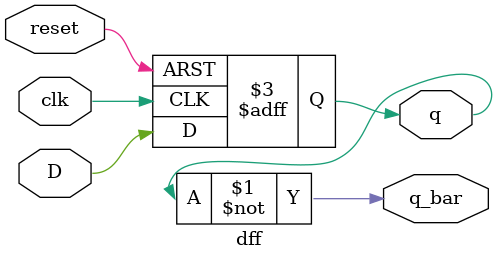
<source format=v>
module dff(
    input D, 
    input reset, 
    input clk, 
    output q_bar, 
    output reg q
);
    assign q_bar = ~q;
    
    always @(posedge clk or posedge reset) begin
        if (reset) begin
            q <= 0;
        end else begin
            q <= D;
        end
    end
endmodule
</source>
